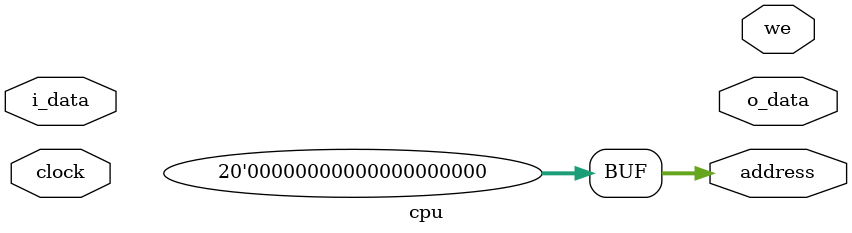
<source format=v>
module cpu
(
    // Основной контур для процессора
    input   wire        clock,              // 25 mhz
    output  wire [19:0] address,
    input   wire [ 7:0] i_data,             // i_data = ram[address]
    output  reg  [ 7:0] o_data,
    output  reg         we
);

`include "cpu_decl.v"
`include "cpu_regs.v"

assign address = 0;

endmodule


</source>
